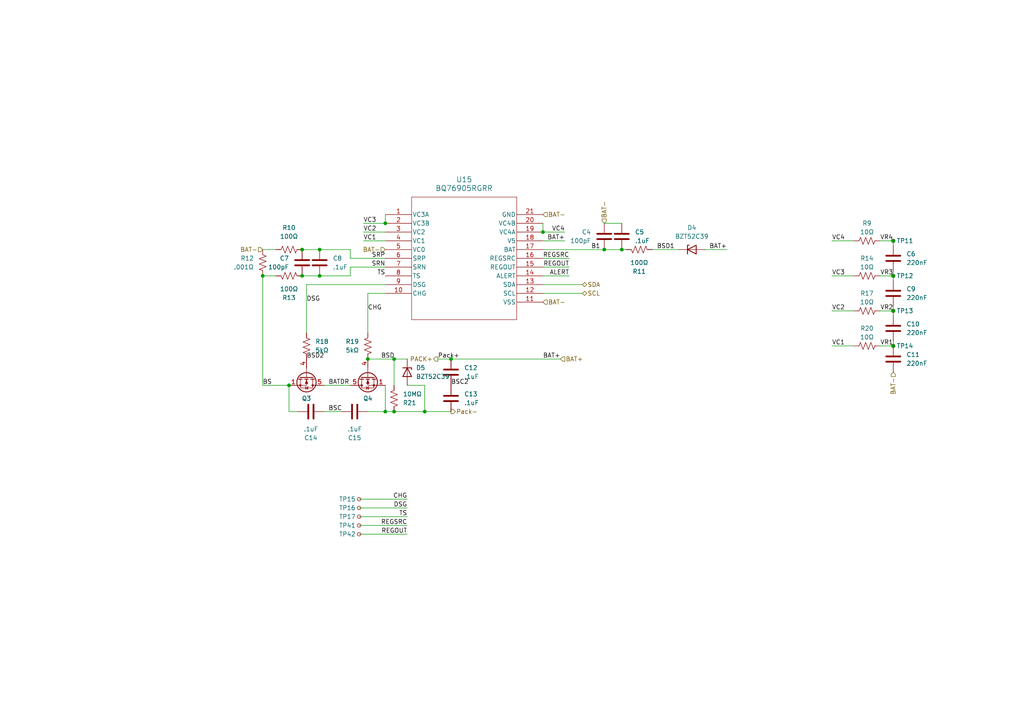
<source format=kicad_sch>
(kicad_sch (version 20231120) (generator "eeschema") (generator_version "8.0")
  (paper "A4")
  (lib_symbols
    (symbol "BMS:BQ76905RGRR" (pin_names (offset 0.254))
      (property "Reference" "U" (at 22.86 10.16 0))
      (property "Value" "BQ76905RGRR" (at 22.86 7.62 0))
      (symbol "BQ76905RGRR_0_1"
        (polyline (pts (xy 7.62 -30.48) (xy 38.1 -30.48)) (stroke (width 0.127)))
        (polyline (pts (xy 7.62 5.08) (xy 7.62 -30.48)) (stroke (width 0.127)))
        (polyline (pts (xy 38.1 -30.48) (xy 38.1 5.08)) (stroke (width 0.127)))
        (polyline (pts (xy 38.1 5.08) (xy 7.62 5.08)) (stroke (width 0.127)))
        (pin unspecified line (at 0 0 0) (length 7.62) (name "VC3A") (number "1"))
        (pin unspecified line (at 0 -22.86 0) (length 7.62) (name "CHG") (number "10"))
        (pin power_out line (at 45.72 -25.4 180) (length 7.62) (name "VSS") (number "11"))
        (pin bidirectional line (at 45.72 -22.86 180) (length 7.62) (name "SCL") (number "12"))
        (pin bidirectional line (at 45.72 -20.32 180) (length 7.62) (name "SDA") (number "13"))
        (pin output line (at 45.72 -17.78 180) (length 7.62) (name "ALERT") (number "14"))
        (pin output line (at 45.72 -15.24 180) (length 7.62) (name "REGOUT") (number "15"))
        (pin unspecified line (at 45.72 -12.7 180) (length 7.62) (name "REGSRC") (number "16"))
        (pin power_in line (at 45.72 -10.16 180) (length 7.62) (name "BAT") (number "17"))
        (pin unspecified line (at 45.72 -7.62 180) (length 7.62) (name "V5") (number "18"))
        (pin unspecified line (at 45.72 -5.08 180) (length 7.62) (name "VC4A") (number "19"))
        (pin unspecified line (at 0 -2.54 0) (length 7.62) (name "VC3B") (number "2"))
        (pin unspecified line (at 45.72 -2.54 180) (length 7.62) (name "VC4B") (number "20"))
        (pin power_out line (at 45.72 0 180) (length 7.62) (name "GND") (number "21"))
        (pin unspecified line (at 0 -5.08 0) (length 7.62) (name "VC2") (number "3"))
        (pin unspecified line (at 0 -7.62 0) (length 7.62) (name "VC1") (number "4"))
        (pin unspecified line (at 0 -10.16 0) (length 7.62) (name "VC0") (number "5"))
        (pin unspecified line (at 0 -12.7 0) (length 7.62) (name "SRP") (number "6"))
        (pin unspecified line (at 0 -15.24 0) (length 7.62) (name "SRN") (number "7"))
        (pin unspecified line (at 0 -17.78 0) (length 7.62) (name "TS") (number "8"))
        (pin unspecified line (at 0 -20.32 0) (length 7.62) (name "DSG") (number "9"))
      )
    )
    (symbol "Connector:TestPoint_Small" (pin_numbers hide) (pin_names (offset 0.762) hide)
      (property "Reference" "TP" (at 0 3.81 0))
      (property "Value" "TestPoint_Small" (at 0 2.032 0))
      (symbol "TestPoint_Small_0_1"
        (circle (center 0 0) (radius 0.508))
      )
      (symbol "TestPoint_Small_1_1"
        (pin passive line (at 0 0 90) (length 0) (name "1") (number "1"))
      )
    )
    (symbol "Device:C" (pin_numbers hide) (pin_names (offset 0.254))
      (property "Reference" "C" (at 0.635 2.54 0))
      (property "Value" "C" (at 0.635 -2.54 0))
      (symbol "C_0_1"
        (polyline (pts (xy -2.032 -0.762) (xy 2.032 -0.762)) (stroke (width 0.508)))
        (polyline (pts (xy -2.032 0.762) (xy 2.032 0.762)) (stroke (width 0.508)))
      )
      (symbol "C_1_1"
        (pin passive line (at 0 3.81 270) (length 2.794) (name "~") (number "1"))
        (pin passive line (at 0 -3.81 90) (length 2.794) (name "~") (number "2"))
      )
    )
    (symbol "Device:D_Zener" (pin_numbers hide) (pin_names (offset 1.016) hide)
      (property "Reference" "D" (at 0 2.54 0))
      (property "Value" "D_Zener" (at 0 -2.54 0))
      (symbol "D_Zener_0_1"
        (polyline (pts (xy 1.27 0) (xy -1.27 0)))
        (polyline (pts (xy -1.27 -1.27) (xy -1.27 1.27) (xy -0.762 1.27)) (stroke (width 0.254)))
        (polyline (pts (xy 1.27 -1.27) (xy 1.27 1.27) (xy -1.27 0) (xy 1.27 -1.27)) (stroke (width 0.254)))
      )
      (symbol "D_Zener_1_1"
        (pin passive line (at -3.81 0 0) (length 2.54) (name "K") (number "1"))
        (pin passive line (at 3.81 0 180) (length 2.54) (name "A") (number "2"))
      )
    )
    (symbol "Device:R_US" (pin_numbers hide) (pin_names (offset 0))
      (property "Reference" "R" (at 2.54 0 90))
      (property "Value" "R_US" (at -2.54 0 90))
      (symbol "R_US_0_1"
        (polyline (pts (xy 0 -2.286) (xy 0 -2.54)))
        (polyline (pts (xy 0 2.286) (xy 0 2.54)))
        (polyline (pts (xy 0 -0.762) (xy 1.016 -1.143) (xy 0 -1.524) (xy -1.016 -1.905) (xy 0 -2.286)))
        (polyline (pts (xy 0 0.762) (xy 1.016 0.381) (xy 0 0) (xy -1.016 -0.381) (xy 0 -0.762)))
        (polyline (pts (xy 0 2.286) (xy 1.016 1.905) (xy 0 1.524) (xy -1.016 1.143) (xy 0 0.762)))
      )
      (symbol "R_US_1_1"
        (pin passive line (at 0 3.81 270) (length 1.27) (name "~") (number "1"))
        (pin passive line (at 0 -3.81 90) (length 1.27) (name "~") (number "2"))
      )
    )
    (symbol "Transistor_FET:CSD17577Q3A" (pin_names hide)
      (property "Reference" "Q" (at 5.08 1.905 0))
      (property "Value" "CSD17577Q3A" (at 5.08 0 0))
      (symbol "CSD17577Q3A_0_1"
        (polyline (pts (xy 0.254 0) (xy -2.54 0)))
        (polyline (pts (xy 0.254 1.905) (xy 0.254 -1.905)) (stroke (width 0.254)))
        (polyline (pts (xy 0.762 -1.27) (xy 0.762 -2.286)) (stroke (width 0.254)))
        (polyline (pts (xy 0.762 0.508) (xy 0.762 -0.508)) (stroke (width 0.254)))
        (polyline (pts (xy 0.762 2.286) (xy 0.762 1.27)) (stroke (width 0.254)))
        (polyline (pts (xy 2.54 2.54) (xy 2.54 1.778)))
        (polyline (pts (xy 2.54 -2.54) (xy 2.54 0) (xy 0.762 0)))
        (polyline (pts (xy 0.762 -1.778) (xy 3.302 -1.778) (xy 3.302 1.778) (xy 0.762 1.778)))
        (polyline (pts (xy 1.016 0) (xy 2.032 0.381) (xy 2.032 -0.381) (xy 1.016 0)) (fill (type outline)))
        (polyline (pts (xy 2.794 0.508) (xy 2.921 0.381) (xy 3.683 0.381) (xy 3.81 0.254)))
        (polyline (pts (xy 3.302 0.381) (xy 2.921 -0.254) (xy 3.683 -0.254) (xy 3.302 0.381)))
        (circle (center 1.651 0) (radius 2.794) (stroke (width 0.254)))
        (circle (center 2.54 -1.778) (radius 0.254) (fill (type outline)))
        (circle (center 2.54 1.778) (radius 0.254) (fill (type outline)))
      )
      (symbol "CSD17577Q3A_1_1"
        (pin passive line (at 2.54 -5.08 90) (length 2.54) (name "S") (number "1"))
        (pin passive line (at 2.54 -5.08 90) (length 2.54) hide (name "S") (number "2"))
        (pin passive line (at 2.54 -5.08 90) (length 2.54) hide (name "S") (number "3"))
        (pin passive line (at -5.08 0 0) (length 2.54) (name "G") (number "4"))
        (pin passive line (at 2.54 5.08 270) (length 2.54) (name "D") (number "5"))
      )
    )
  )
  (junction (at 123.19 119.38))
  (junction (at 114.3 119.38))
  (junction (at 76.2 80.01))
  (junction (at 92.71 80.01))
  (junction (at 87.63 80.01))
  (junction (at 106.68 104.14))
  (junction (at 87.63 72.39))
  (junction (at 114.3 104.14))
  (junction (at 259.08 80.01))
  (junction (at 259.08 100.33))
  (junction (at 83.82 111.76))
  (junction (at 130.81 104.14))
  (junction (at 92.71 72.39))
  (junction (at 259.08 90.17))
  (junction (at 111.76 119.38))
  (junction (at 175.26 72.39))
  (junction (at 259.08 69.85))
  (junction (at 111.76 64.77))
  (junction (at 157.48 67.31))
  (junction (at 180.34 72.39))
  (wire (pts (xy 196.85 72.39) (xy 189.23 72.39)))
  (wire (pts (xy 104.14 149.86) (xy 118.11 149.86)))
  (wire (pts (xy 114.3 104.14) (xy 118.11 104.14)))
  (wire (pts (xy 127 104.14) (xy 130.81 104.14)))
  (wire (pts (xy 114.3 104.14) (xy 114.3 111.76)))
  (wire (pts (xy 157.48 72.39) (xy 175.26 72.39)))
  (wire (pts (xy 163.83 67.31) (xy 157.48 67.31)))
  (wire (pts (xy 175.26 64.77) (xy 180.34 64.77)))
  (wire (pts (xy 157.48 64.77) (xy 157.48 67.31)))
  (wire (pts (xy 111.76 82.55) (xy 88.9 82.55)))
  (wire (pts (xy 101.6 80.01) (xy 92.71 80.01)))
  (wire (pts (xy 92.71 72.39) (xy 87.63 72.39)))
  (wire (pts (xy 157.48 69.85) (xy 163.83 69.85)))
  (wire (pts (xy 92.71 80.01) (xy 87.63 80.01)))
  (wire (pts (xy 111.76 111.76) (xy 111.76 119.38)))
  (wire (pts (xy 165.1 77.47) (xy 157.48 77.47)))
  (wire (pts (xy 241.3 69.85) (xy 247.65 69.85)))
  (wire (pts (xy 255.27 80.01) (xy 259.08 80.01)))
  (wire (pts (xy 123.19 111.76) (xy 123.19 119.38)))
  (wire (pts (xy 130.81 104.14) (xy 162.56 104.14)))
  (wire (pts (xy 88.9 82.55) (xy 88.9 96.52)))
  (wire (pts (xy 111.76 74.93) (xy 101.6 74.93)))
  (wire (pts (xy 111.76 119.38) (xy 106.68 119.38)))
  (wire (pts (xy 80.01 80.01) (xy 76.2 80.01)))
  (wire (pts (xy 255.27 69.85) (xy 259.08 69.85)))
  (wire (pts (xy 165.1 80.01) (xy 157.48 80.01)))
  (wire (pts (xy 180.34 72.39) (xy 181.61 72.39)))
  (wire (pts (xy 76.2 72.39) (xy 80.01 72.39)))
  (wire (pts (xy 105.41 67.31) (xy 111.76 67.31)))
  (wire (pts (xy 259.08 90.17) (xy 259.08 88.9)))
  (wire (pts (xy 83.82 119.38) (xy 83.82 111.76)))
  (wire (pts (xy 99.06 119.38) (xy 93.98 119.38)))
  (wire (pts (xy 241.3 100.33) (xy 247.65 100.33)))
  (wire (pts (xy 104.14 147.32) (xy 118.11 147.32)))
  (wire (pts (xy 118.11 111.76) (xy 123.19 111.76)))
  (wire (pts (xy 204.47 72.39) (xy 210.82 72.39)))
  (wire (pts (xy 165.1 74.93) (xy 157.48 74.93)))
  (wire (pts (xy 259.08 80.01) (xy 259.08 81.28)))
  (wire (pts (xy 111.76 85.09) (xy 106.68 85.09)))
  (wire (pts (xy 101.6 74.93) (xy 101.6 72.39)))
  (wire (pts (xy 101.6 77.47) (xy 101.6 80.01)))
  (wire (pts (xy 255.27 90.17) (xy 259.08 90.17)))
  (wire (pts (xy 241.3 80.01) (xy 247.65 80.01)))
  (wire (pts (xy 157.48 85.09) (xy 168.91 85.09)))
  (wire (pts (xy 259.08 90.17) (xy 259.08 91.44)))
  (wire (pts (xy 105.41 64.77) (xy 111.76 64.77)))
  (wire (pts (xy 86.36 119.38) (xy 83.82 119.38)))
  (wire (pts (xy 76.2 111.76) (xy 83.82 111.76)))
  (wire (pts (xy 111.76 62.23) (xy 111.76 64.77)))
  (wire (pts (xy 101.6 72.39) (xy 92.71 72.39)))
  (wire (pts (xy 123.19 119.38) (xy 130.81 119.38)))
  (wire (pts (xy 241.3 90.17) (xy 247.65 90.17)))
  (wire (pts (xy 175.26 72.39) (xy 180.34 72.39)))
  (wire (pts (xy 118.11 152.4) (xy 104.14 152.4)))
  (wire (pts (xy 111.76 77.47) (xy 101.6 77.47)))
  (wire (pts (xy 105.41 69.85) (xy 111.76 69.85)))
  (wire (pts (xy 259.08 69.85) (xy 259.08 71.12)))
  (wire (pts (xy 93.98 111.76) (xy 101.6 111.76)))
  (wire (pts (xy 259.08 80.01) (xy 259.08 78.74)))
  (wire (pts (xy 104.14 144.78) (xy 118.11 144.78)))
  (wire (pts (xy 255.27 100.33) (xy 259.08 100.33)))
  (wire (pts (xy 259.08 100.33) (xy 259.08 99.06)))
  (wire (pts (xy 114.3 119.38) (xy 123.19 119.38)))
  (wire (pts (xy 111.76 119.38) (xy 114.3 119.38)))
  (wire (pts (xy 114.3 104.14) (xy 106.68 104.14)))
  (wire (pts (xy 157.48 82.55) (xy 168.91 82.55)))
  (wire (pts (xy 106.68 85.09) (xy 106.68 96.52)))
  (wire (pts (xy 76.2 80.01) (xy 76.2 111.76)))
  (wire (pts (xy 118.11 154.94) (xy 104.14 154.94)))
  (label "REGOUT" (at 165.1 77.47 180))
  (label "BSD2" (at 88.9 104.14 0))
  (label "REGSRC" (at 118.11 152.4 180))
  (label "VC2" (at 105.41 67.31 0))
  (label "CHG" (at 106.68 90.17 0))
  (label "BSD1" (at 190.5 72.39 0))
  (label "VC3" (at 105.41 64.77 0))
  (label "VR2" (at 259.08 90.17 180))
  (label "REGOUT" (at 118.11 154.94 180))
  (label "BSC" (at 95.25 119.38 0))
  (label "BAT+" (at 162.56 104.14 180))
  (label "BAT+" (at 210.82 72.39 180))
  (label "SRN" (at 111.76 77.47 180))
  (label "TS" (at 111.76 80.01 180))
  (label "VC3" (at 241.3 80.01 0))
  (label "DSG" (at 88.9 87.63 0))
  (label "CHG" (at 118.11 144.78 180))
  (label "REGSRC" (at 165.1 74.93 180))
  (label "BATDR" (at 95.25 111.76 0))
  (label "VC1" (at 241.3 100.33 0))
  (label "VC1" (at 105.41 69.85 0))
  (label "VR4" (at 255.27 69.85 0))
  (label "BSD" (at 110.49 104.14 0))
  (label "VR3" (at 259.08 80.01 180))
  (label "TS" (at 118.11 149.86 180))
  (label "ALERT" (at 165.1 80.01 180))
  (label "VR1" (at 259.08 100.33 180))
  (label "DSG" (at 118.11 147.32 180))
  (label "VC4" (at 163.83 67.31 180))
  (label "VC2" (at 241.3 90.17 0))
  (label "VC4" (at 241.3 69.85 0))
  (label "BSC2" (at 130.81 111.76 0))
  (label "BS" (at 76.2 111.76 0))
  (label "SRP" (at 111.76 74.93 180))
  (label "BAT+" (at 163.83 69.85 180))
  (label "Pack+" (at 127 104.14 0))
  (label "B1" (at 171.45 72.39 0))
  (hierarchical_label "BAT-" (shape input) (at 157.48 62.23 0))
  (hierarchical_label "BAT-" (shape input) (at 259.08 107.95 270))
  (hierarchical_label "Pack-" (shape output) (at 130.81 119.38 0))
  (hierarchical_label "BAT+" (shape input) (at 162.56 104.14 0))
  (hierarchical_label "BAT-" (shape input) (at 111.76 72.39 180))
  (hierarchical_label "SDA" (shape bidirectional) (at 168.91 82.55 0))
  (hierarchical_label "BAT-" (shape input) (at 76.2 72.39 180))
  (hierarchical_label "BAT-" (shape input) (at 157.48 87.63 0))
  (hierarchical_label "SCL" (shape bidirectional) (at 168.91 85.09 0))
  (hierarchical_label "PACK+" (shape output) (at 127 104.14 180))
  (hierarchical_label "BAT-" (shape input) (at 175.26 64.77 90))
  (symbol (lib_id "Device:R_US") (at 114.3 115.57 0) (mirror x) (unit 1)
    (property "Reference" "R21" (at 116.84 116.8401 0) (effects (justify left)))
    (property "Value" "10MΩ" (at 116.84 114.3001 0) (effects (justify left)))
    (property "Footprint" "Resistor_SMD:R_0603_1608Metric_Pad0.98x0.95mm_HandSolder" (effects (hide yes)))
    (property "Description" "Resistor, US symbol" (effects (hide yes)))
  )
  (symbol (lib_id "Device:R_US") (at 185.42 72.39 270) (mirror x) (unit 1)
    (property "Reference" "R11" (at 185.42 78.74 90))
    (property "Value" "100Ω" (at 185.42 76.2 90))
    (property "Footprint" "Resistor_SMD:R_0603_1608Metric_Pad0.98x0.95mm_HandSolder" (effects (hide yes)))
    (property "Description" "Resistor, US symbol" (effects (hide yes)))
  )
  (symbol (lib_id "Device:D_Zener") (at 118.11 107.95 270) (unit 1)
    (property "Reference" "D5" (at 120.65 106.6799 90) (effects (justify left)))
    (property "Value" "BZT52C39" (at 120.65 109.2199 90) (effects (justify left)))
    (property "Footprint" "Diode_SMD:D_SOD-123" (effects (hide yes)))
    (property "Description" "Zener diode" (effects (hide yes)))
  )
  (symbol (lib_id "Device:C") (at 259.08 95.25 0) (unit 1)
    (property "Reference" "C10" (at 262.89 93.9799 0) (effects (justify left)))
    (property "Value" "220nF" (at 262.89 96.5199 0) (effects (justify left)))
    (property "Footprint" "Capacitor_SMD:C_0603_1608Metric_Pad1.08x0.95mm_HandSolder" (effects (hide yes)))
    (property "Description" "Unpolarized capacitor" (effects (hide yes)))
  )
  (symbol (lib_id "Transistor_FET:CSD17577Q3A") (at 88.9 109.22 270) (unit 1)
    (property "Reference" "Q3" (at 88.9 115.57 90))
    (property "Value" "CSD17577Q3A" (effects (hide yes)))
    (property "Footprint" "Package_SON:VSON-8_3.3x3.3mm_P0.65mm_NexFET" (effects (hide yes)))
    (property "Datasheet" "https://www.ti.com/lit/ds/symlink/csd17577q3a.pdf" (effects (hide yes)))
    (property "Description" "35A Id, 30V Vds, NexFET N-Channel Power MOSFET, 4.0mOhm Ron, Qg Typ 12nC, VSON-8 3.3x3.3mm" (effects (hide yes)))
  )
  (symbol (lib_id "Connector:TestPoint_Small") (at 104.14 152.4 0) (unit 1)
    (property "Reference" "TP41" (at 98.298 152.4 0) (effects (justify left)))
    (property "Value" "TestPoint_Small" (effects (hide yes)))
    (property "Footprint" "TestPoint:TestPoint_Pad_D1.0mm" (effects (hide yes)))
    (property "Description" "test point" (effects (hide yes)))
  )
  (symbol (lib_id "Device:C") (at 87.63 76.2 0) (mirror x) (unit 1)
    (property "Reference" "C7" (at 83.82 74.9299 0) (effects (justify right)))
    (property "Value" "100pF" (at 83.82 77.4699 0) (effects (justify right)))
    (property "Footprint" "Capacitor_SMD:C_0603_1608Metric_Pad1.08x0.95mm_HandSolder" (effects (hide yes)))
    (property "Description" "Unpolarized capacitor" (effects (hide yes)))
  )
  (symbol (lib_id "Connector:TestPoint_Small") (at 259.08 90.17 0) (mirror y) (unit 1)
    (property "Reference" "TP13" (at 264.922 90.17 0) (effects (justify left)))
    (property "Value" "TestPoint_Small" (effects (hide yes)))
    (property "Footprint" "TestPoint:TestPoint_THTPad_D1.0mm_Drill0.5mm" (effects (hide yes)))
    (property "Description" "test point" (effects (hide yes)))
  )
  (symbol (lib_id "Device:C") (at 259.08 74.93 0) (unit 1)
    (property "Reference" "C6" (at 262.89 73.6599 0) (effects (justify left)))
    (property "Value" "220nF" (at 262.89 76.1999 0) (effects (justify left)))
    (property "Footprint" "Capacitor_SMD:C_0603_1608Metric_Pad1.08x0.95mm_HandSolder" (effects (hide yes)))
    (property "Description" "Unpolarized capacitor" (effects (hide yes)))
  )
  (symbol (lib_id "Connector:TestPoint_Small") (at 104.14 154.94 0) (unit 1)
    (property "Reference" "TP42" (at 98.298 154.94 0) (effects (justify left)))
    (property "Value" "TestPoint_Small" (effects (hide yes)))
    (property "Footprint" "TestPoint:TestPoint_Pad_D1.0mm" (effects (hide yes)))
    (property "Description" "test point" (effects (hide yes)))
  )
  (symbol (lib_id "Device:C") (at 180.34 68.58 0) (unit 1)
    (property "Reference" "C5" (at 184.15 67.3099 0) (effects (justify left)))
    (property "Value" ".1uF" (at 184.15 69.8499 0) (effects (justify left)))
    (property "Footprint" "Capacitor_SMD:C_0603_1608Metric_Pad1.08x0.95mm_HandSolder" (effects (hide yes)))
    (property "Description" "Unpolarized capacitor" (effects (hide yes)))
  )
  (symbol (lib_id "Device:R_US") (at 88.9 100.33 0) (unit 1)
    (property "Reference" "R18" (at 91.44 99.0599 0) (effects (justify left)))
    (property "Value" "5kΩ" (at 91.44 101.5999 0) (effects (justify left)))
    (property "Footprint" "Resistor_SMD:R_0603_1608Metric_Pad0.98x0.95mm_HandSolder" (effects (hide yes)))
    (property "Description" "Resistor, US symbol" (effects (hide yes)))
  )
  (symbol (lib_id "Device:C") (at 102.87 119.38 90) (mirror x) (unit 1)
    (property "Reference" "C15" (at 102.87 127 90))
    (property "Value" ".1uF" (at 102.87 124.46 90))
    (property "Footprint" "Capacitor_SMD:C_0603_1608Metric_Pad1.08x0.95mm_HandSolder" (effects (hide yes)))
    (property "Description" "Unpolarized capacitor" (effects (hide yes)))
  )
  (symbol (lib_id "Device:R_US") (at 83.82 80.01 270) (mirror x) (unit 1)
    (property "Reference" "R13" (at 83.82 86.36 90))
    (property "Value" "100Ω" (at 83.82 83.82 90))
    (property "Footprint" "Resistor_SMD:R_0603_1608Metric_Pad0.98x0.95mm_HandSolder" (effects (hide yes)))
    (property "Description" "Resistor, US symbol" (effects (hide yes)))
  )
  (symbol (lib_id "Device:C") (at 259.08 104.14 0) (unit 1)
    (property "Reference" "C11" (at 262.89 102.8699 0) (effects (justify left)))
    (property "Value" "220nF" (at 262.89 105.4099 0) (effects (justify left)))
    (property "Footprint" "Capacitor_SMD:C_0603_1608Metric_Pad1.08x0.95mm_HandSolder" (effects (hide yes)))
    (property "Description" "Unpolarized capacitor" (effects (hide yes)))
  )
  (symbol (lib_id "Connector:TestPoint_Small") (at 104.14 149.86 0) (unit 1)
    (property "Reference" "TP17" (at 98.298 149.86 0) (effects (justify left)))
    (property "Value" "TestPoint_Small" (effects (hide yes)))
    (property "Footprint" "TestPoint:TestPoint_Pad_D1.0mm" (effects (hide yes)))
    (property "Description" "test point" (effects (hide yes)))
  )
  (symbol (lib_id "Connector:TestPoint_Small") (at 104.14 147.32 0) (unit 1)
    (property "Reference" "TP16" (at 98.298 147.32 0) (effects (justify left)))
    (property "Value" "TestPoint_Small" (effects (hide yes)))
    (property "Footprint" "TestPoint:TestPoint_Pad_D1.0mm" (effects (hide yes)))
    (property "Description" "test point" (effects (hide yes)))
  )
  (symbol (lib_id "Connector:TestPoint_Small") (at 259.08 80.01 0) (mirror y) (unit 1)
    (property "Reference" "TP12" (at 264.922 80.01 0) (effects (justify left)))
    (property "Value" "TestPoint_Small" (effects (hide yes)))
    (property "Footprint" "TestPoint:TestPoint_THTPad_D1.0mm_Drill0.5mm" (effects (hide yes)))
    (property "Description" "test point" (effects (hide yes)))
  )
  (symbol (lib_id "Device:R_US") (at 251.46 90.17 90) (unit 1)
    (property "Reference" "R17" (at 251.46 85.09 90))
    (property "Value" "10Ω" (at 251.46 87.63 90))
    (property "Footprint" "Resistor_SMD:R_0603_1608Metric_Pad0.98x0.95mm_HandSolder" (effects (hide yes)))
    (property "Description" "Resistor, US symbol" (effects (hide yes)))
  )
  (symbol (lib_id "Device:C") (at 92.71 76.2 0) (unit 1)
    (property "Reference" "C8" (at 96.52 74.9299 0) (effects (justify left)))
    (property "Value" ".1uF" (at 96.52 77.4699 0) (effects (justify left)))
    (property "Footprint" "Capacitor_SMD:C_0603_1608Metric_Pad1.08x0.95mm_HandSolder" (effects (hide yes)))
    (property "Description" "Unpolarized capacitor" (effects (hide yes)))
  )
  (symbol (lib_id "Device:D_Zener") (at 200.66 72.39 0) (unit 1)
    (property "Reference" "D4" (at 200.66 66.04 0))
    (property "Value" "BZT52C39" (at 200.66 68.58 0))
    (property "Footprint" "Diode_SMD:D_SOD-123" (effects (hide yes)))
    (property "Description" "Zener diode" (effects (hide yes)))
  )
  (symbol (lib_id "Device:C") (at 90.17 119.38 90) (mirror x) (unit 1)
    (property "Reference" "C14" (at 90.17 127 90))
    (property "Value" ".1uF" (at 90.17 124.46 90))
    (property "Footprint" "Capacitor_SMD:C_0603_1608Metric_Pad1.08x0.95mm_HandSolder" (effects (hide yes)))
    (property "Description" "Unpolarized capacitor" (effects (hide yes)))
  )
  (symbol (lib_id "Device:R_US") (at 83.82 72.39 90) (unit 1)
    (property "Reference" "R10" (at 83.82 66.04 90))
    (property "Value" "100Ω" (at 83.82 68.58 90))
    (property "Footprint" "Resistor_SMD:R_0603_1608Metric_Pad0.98x0.95mm_HandSolder" (effects (hide yes)))
    (property "Description" "Resistor, US symbol" (effects (hide yes)))
  )
  (symbol (lib_id "Device:R_US") (at 106.68 100.33 0) (mirror y) (unit 1)
    (property "Reference" "R19" (at 104.14 99.0599 0) (effects (justify left)))
    (property "Value" "5kΩ" (at 104.14 101.5999 0) (effects (justify left)))
    (property "Footprint" "Resistor_SMD:R_0603_1608Metric_Pad0.98x0.95mm_HandSolder" (effects (hide yes)))
    (property "Description" "Resistor, US symbol" (effects (hide yes)))
  )
  (symbol (lib_id "Device:C") (at 130.81 115.57 180) (unit 1)
    (property "Reference" "C13" (at 134.62 114.2999 0) (effects (justify right)))
    (property "Value" ".1uF" (at 134.62 116.8399 0) (effects (justify right)))
    (property "Footprint" "Capacitor_SMD:C_0603_1608Metric_Pad1.08x0.95mm_HandSolder" (effects (hide yes)))
    (property "Description" "Unpolarized capacitor" (effects (hide yes)))
  )
  (symbol (lib_id "Connector:TestPoint_Small") (at 259.08 100.33 0) (mirror y) (unit 1)
    (property "Reference" "TP14" (at 264.922 100.33 0) (effects (justify left)))
    (property "Value" "TestPoint_Small" (effects (hide yes)))
    (property "Footprint" "TestPoint:TestPoint_THTPad_D1.0mm_Drill0.5mm" (effects (hide yes)))
    (property "Description" "test point" (effects (hide yes)))
  )
  (symbol (lib_id "Connector:TestPoint_Small") (at 259.08 69.85 0) (mirror y) (unit 1)
    (property "Reference" "TP11" (at 264.922 69.85 0) (effects (justify left)))
    (property "Value" "TestPoint_Small" (effects (hide yes)))
    (property "Footprint" "TestPoint:TestPoint_THTPad_D1.0mm_Drill0.5mm" (effects (hide yes)))
    (property "Description" "test point" (effects (hide yes)))
  )
  (symbol (lib_id "Device:R_US") (at 251.46 69.85 90) (unit 1)
    (property "Reference" "R9" (at 251.46 64.77 90))
    (property "Value" "10Ω" (at 251.46 67.31 90))
    (property "Footprint" "Resistor_SMD:R_0603_1608Metric_Pad0.98x0.95mm_HandSolder" (effects (hide yes)))
    (property "Description" "Resistor, US symbol" (effects (hide yes)))
  )
  (symbol (lib_id "Device:R_US") (at 251.46 80.01 90) (unit 1)
    (property "Reference" "R14" (at 251.46 74.93 90))
    (property "Value" "10Ω" (at 251.46 77.47 90))
    (property "Footprint" "Resistor_SMD:R_0603_1608Metric_Pad0.98x0.95mm_HandSolder" (effects (hide yes)))
    (property "Description" "Resistor, US symbol" (effects (hide yes)))
  )
  (symbol (lib_id "Device:C") (at 175.26 68.58 0) (mirror x) (unit 1)
    (property "Reference" "C4" (at 171.45 67.3099 0) (effects (justify right)))
    (property "Value" "100pF" (at 171.45 69.8499 0) (effects (justify right)))
    (property "Footprint" "Capacitor_SMD:C_0603_1608Metric_Pad1.08x0.95mm_HandSolder" (effects (hide yes)))
    (property "Description" "Unpolarized capacitor" (effects (hide yes)))
  )
  (symbol (lib_id "Device:R_US") (at 76.2 76.2 0) (unit 1)
    (property "Reference" "R12" (at 73.66 74.9299 0) (effects (justify right)))
    (property "Value" ".001Ω" (at 73.66 77.4699 0) (effects (justify right)))
    (property "Footprint" "Resistor_SMD:R_0603_1608Metric_Pad0.98x0.95mm_HandSolder" (effects (hide yes)))
    (property "Description" "Resistor, US symbol" (effects (hide yes)))
  )
  (symbol (lib_id "Connector:TestPoint_Small") (at 104.14 144.78 0) (unit 1)
    (property "Reference" "TP15" (at 98.298 144.78 0) (effects (justify left)))
    (property "Value" "TestPoint_Small" (effects (hide yes)))
    (property "Footprint" "TestPoint:TestPoint_Pad_D1.0mm" (effects (hide yes)))
    (property "Description" "test point" (effects (hide yes)))
  )
  (symbol (lib_id "Device:R_US") (at 251.46 100.33 90) (unit 1)
    (property "Reference" "R20" (at 251.46 95.25 90))
    (property "Value" "10Ω" (at 251.46 97.79 90))
    (property "Footprint" "Resistor_SMD:R_0603_1608Metric_Pad0.98x0.95mm_HandSolder" (effects (hide yes)))
    (property "Description" "Resistor, US symbol" (effects (hide yes)))
  )
  (symbol (lib_id "Device:C") (at 130.81 107.95 0) (unit 1)
    (property "Reference" "C12" (at 134.62 106.6799 0) (effects (justify left)))
    (property "Value" ".1uF" (at 134.62 109.2199 0) (effects (justify left)))
    (property "Footprint" "Capacitor_SMD:C_0603_1608Metric_Pad1.08x0.95mm_HandSolder" (effects (hide yes)))
    (property "Description" "Unpolarized capacitor" (effects (hide yes)))
  )
  (symbol (lib_id "Device:C") (at 259.08 85.09 0) (unit 1)
    (property "Reference" "C9" (at 262.89 83.8199 0) (effects (justify left)))
    (property "Value" "220nF" (at 262.89 86.3599 0) (effects (justify left)))
    (property "Footprint" "Capacitor_SMD:C_0603_1608Metric_Pad1.08x0.95mm_HandSolder" (effects (hide yes)))
    (property "Description" "Unpolarized capacitor" (effects (hide yes)))
  )
  (symbol (lib_id "Transistor_FET:CSD17577Q3A") (at 106.68 109.22 90) (mirror x) (unit 1)
    (property "Reference" "Q4" (at 106.68 115.57 90))
    (property "Value" "CSD17577Q3A" (effects (hide yes)))
    (property "Footprint" "Package_SON:VSON-8_3.3x3.3mm_P0.65mm_NexFET" (effects (hide yes)))
    (property "Datasheet" "https://www.ti.com/lit/ds/symlink/csd17577q3a.pdf" (effects (hide yes)))
    (property "Description" "35A Id, 30V Vds, NexFET N-Channel Power MOSFET, 4.0mOhm Ron, Qg Typ 12nC, VSON-8 3.3x3.3mm" (effects (hide yes)))
  )
  (symbol (lib_id "BMS:BQ76905RGRR") (at 111.76 62.23 0) (unit 1)
    (property "Reference" "U15" (at 134.62 52.07 0) (effects (font (size 1.524 1.524))))
    (property "Value" "BQ76905RGRR" (at 134.62 54.61 0) (effects (font (size 1.524 1.524))))
    (property "Footprint" "Library:VQFN20_RGR_TEX" (effects (hide yes)))
    (property "Datasheet" "BQ76905RGRR" (effects (hide yes)))
  )
)
</source>
